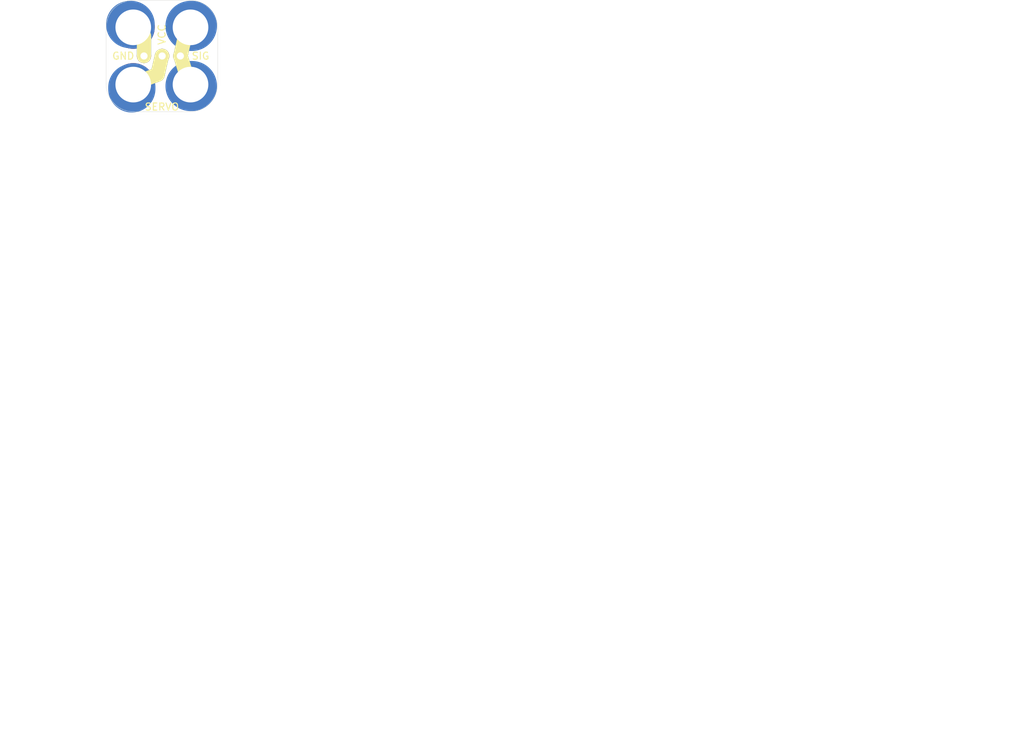
<source format=kicad_pcb>
(kicad_pcb (version 4) (host pcbnew 4.0.5-e0-6337~49~ubuntu16.04.1)

  (general
    (links 4)
    (no_connects 4)
    (area 4.1402 22.241079 146.984959 124.5362)
    (thickness 1.6)
    (drawings 1)
    (tracks 0)
    (zones 0)
    (modules 1)
    (nets 4)
  )

  (page USLetter)
  (title_block
    (title "2x2 Servo Header Module")
    (date "18 Jan 2017")
    (rev v1.1)
    (company "All rights reserved.")
    (comment 1 help@browndoggadgets.com)
    (comment 2 http://browndoggadgets.com/)
    (comment 3 "Brown Dog Gadgets")
  )

  (layers
    (0 F.Cu signal)
    (31 B.Cu signal)
    (34 B.Paste user)
    (35 F.Paste user)
    (36 B.SilkS user)
    (37 F.SilkS user)
    (38 B.Mask user)
    (39 F.Mask user)
    (40 Dwgs.User user)
    (44 Edge.Cuts user)
    (46 B.CrtYd user)
    (47 F.CrtYd user)
    (48 B.Fab user)
    (49 F.Fab user)
  )

  (setup
    (last_trace_width 0.254)
    (user_trace_width 0.1524)
    (user_trace_width 0.254)
    (user_trace_width 0.3302)
    (user_trace_width 0.508)
    (user_trace_width 0.762)
    (user_trace_width 1.27)
    (trace_clearance 0.254)
    (zone_clearance 0.508)
    (zone_45_only no)
    (trace_min 0.1524)
    (segment_width 0.1524)
    (edge_width 0.1524)
    (via_size 0.6858)
    (via_drill 0.3302)
    (via_min_size 0.6858)
    (via_min_drill 0.3302)
    (user_via 0.6858 0.3302)
    (user_via 0.762 0.4064)
    (user_via 0.8636 0.508)
    (uvia_size 0.6858)
    (uvia_drill 0.3302)
    (uvias_allowed no)
    (uvia_min_size 0)
    (uvia_min_drill 0)
    (pcb_text_width 0.1524)
    (pcb_text_size 1.016 1.016)
    (mod_edge_width 0.1524)
    (mod_text_size 1.016 1.016)
    (mod_text_width 0.1524)
    (pad_size 6 6)
    (pad_drill 4.98)
    (pad_to_mask_clearance 0.0762)
    (solder_mask_min_width 0.1016)
    (pad_to_paste_clearance -0.0762)
    (aux_axis_origin 0 0)
    (visible_elements FFFEDF7D)
    (pcbplotparams
      (layerselection 0x310fc_80000001)
      (usegerberextensions true)
      (excludeedgelayer true)
      (linewidth 0.100000)
      (plotframeref false)
      (viasonmask false)
      (mode 1)
      (useauxorigin false)
      (hpglpennumber 1)
      (hpglpenspeed 20)
      (hpglpendiameter 15)
      (hpglpenoverlay 2)
      (psnegative false)
      (psa4output false)
      (plotreference true)
      (plotvalue true)
      (plotinvisibletext false)
      (padsonsilk false)
      (subtractmaskfromsilk false)
      (outputformat 1)
      (mirror false)
      (drillshape 0)
      (scaleselection 1)
      (outputdirectory gerbers))
  )

  (net 0 "")
  (net 1 VCC)
  (net 2 GND)
  (net 3 /SIG)

  (net_class Default "This is the default net class."
    (clearance 0.254)
    (trace_width 0.254)
    (via_dia 0.6858)
    (via_drill 0.3302)
    (uvia_dia 0.6858)
    (uvia_drill 0.3302)
    (add_net /SIG)
    (add_net GND)
    (add_net VCC)
  )

  (module Crazy_Circuits:SERVO-2x2 (layer F.Cu) (tedit 592A1339) (tstamp 5880A329)
    (at 22.7594 34.3154)
    (descr "LED combined 2.5mm/5mm pitch round vertical")
    (tags "LED combined round vertical")
    (path /588073C1)
    (fp_text reference J1 (at 4 3) (layer F.SilkS) hide
      (effects (font (size 0.8 0.8) (thickness 0.15)))
    )
    (fp_text value Servo_Breakout (at 4.27 -1.52 180) (layer F.Fab) hide
      (effects (font (size 1 1) (thickness 0.15)))
    )
    (fp_text user %R (at 4 -4) (layer F.Fab)
      (effects (font (size 1 1) (thickness 0.15)))
    )
    (fp_text user SERVO (at 4.0005 3.1115) (layer F.SilkS)
      (effects (font (size 1 1) (thickness 0.15)))
    )
    (fp_line (start 0.2 -2.6) (end 0.2 -5.4) (layer F.Fab) (width 0.1))
    (fp_line (start 8 -2.6) (end 0.2 -2.6) (layer F.Fab) (width 0.1))
    (fp_line (start 8 -2.8) (end 8 -2.6) (layer F.Fab) (width 0.1))
    (fp_line (start 8 -5.4) (end 8 -2.8) (layer F.Fab) (width 0.1))
    (fp_line (start 0.2 -5.4) (end 8 -5.4) (layer F.Fab) (width 0.1))
    (fp_line (start 8 -8.2) (end 8.2 -8.2) (layer B.Cu) (width 7))
    (fp_text user VCC (at 4.0005 -7 90) (layer F.SilkS)
      (effects (font (size 1 1) (thickness 0.15)))
    )
    (fp_text user GND (at -1.4 -4 180) (layer F.SilkS)
      (effects (font (size 1 1) (thickness 0.15)))
    )
    (fp_text user SIG (at 9.4 -4 180) (layer F.SilkS)
      (effects (font (size 1 1) (thickness 0.15)))
    )
    (fp_text user %R (at 4 -4.05) (layer F.Fab)
      (effects (font (size 1 1) (thickness 0.15)))
    )
    (fp_line (start 1.5 -4.2) (end 1.5 -6.8) (layer F.SilkS) (width 2))
    (fp_line (start 7.9 -11.8) (end 0.1 -11.8) (layer Edge.Cuts) (width 0.04064))
    (fp_line (start 7.9 3.8) (end 0.1 3.8) (layer Edge.Cuts) (width 0.04064))
    (fp_line (start 11.8 -0.1) (end 11.8 -7.9) (layer Edge.Cuts) (width 0.04064))
    (fp_line (start -3.8 -0.1) (end -3.8 -7.9) (layer Edge.Cuts) (width 0.04064))
    (fp_arc (start 7.9 -7.9) (end 7.9 -11.8) (angle 90) (layer Edge.Cuts) (width 0.04064))
    (fp_arc (start 7.9 -0.1) (end 11.8 -0.1) (angle 90) (layer Edge.Cuts) (width 0.04064))
    (fp_arc (start 0.1 -0.1) (end 0.1 3.8) (angle 90) (layer Edge.Cuts) (width 0.04064))
    (fp_arc (start 0.1 -7.9) (end -3.8 -7.9) (angle 90) (layer Edge.Cuts) (width 0.04064))
    (fp_line (start 7.9 -11.8) (end 0.1 -11.8) (layer F.Fab) (width 0.04064))
    (fp_line (start 7.9 3.8) (end 0.1 3.8) (layer F.Fab) (width 0.04064))
    (fp_line (start 11.8 -0.1) (end 11.8 -7.9) (layer F.Fab) (width 0.04064))
    (fp_line (start -3.8 -0.1) (end -3.8 -7.9) (layer F.Fab) (width 0.04064))
    (fp_arc (start 7.9 -7.9) (end 7.9 -11.8) (angle 90) (layer F.Fab) (width 0.04064))
    (fp_arc (start 7.9 -0.1) (end 11.8 -0.1) (angle 90) (layer F.Fab) (width 0.04064))
    (fp_arc (start 0.1 -0.1) (end 0.1 3.8) (angle 90) (layer F.Fab) (width 0.04064))
    (fp_arc (start 0.1 -7.9) (end -3.8 -7.9) (angle 90) (layer F.Fab) (width 0.04064))
    (fp_line (start 3.4 -1.4) (end 4 -4) (layer F.SilkS) (width 2))
    (fp_line (start 3.4 -1.4) (end -0.4 0) (layer F.SilkS) (width 2))
    (fp_line (start 6.6 -4) (end 7.2 -6.6) (layer F.SilkS) (width 2))
    (fp_line (start 7.6 -0.8) (end 6.6 -4) (layer B.Cu) (width 2))
    (fp_line (start 1.5 -4.2) (end 1.5 -6.8) (layer B.Cu) (width 2))
    (fp_line (start 3.4 -1.4) (end 4 -4) (layer B.Cu) (width 2))
    (fp_line (start 3.4 -1.4) (end -0.4 0) (layer B.Cu) (width 2))
    (fp_line (start 6.6 -4) (end 7.2 -6.6) (layer B.Cu) (width 2))
    (fp_line (start 7.6 -0.8) (end 6.6 -4) (layer F.SilkS) (width 2))
    (fp_line (start 8 -8.2) (end 8.2 -8.2) (layer B.Mask) (width 7))
    (fp_line (start 8 0.2) (end 8.2 0.2) (layer B.Cu) (width 7))
    (fp_line (start 8 0.2) (end 8.2 0.2) (layer B.Mask) (width 7))
    (fp_line (start -0.2 0.6) (end -0.2 0.4) (layer B.Cu) (width 6.6))
    (fp_line (start -0.2 0.6) (end -0.2 0.4) (layer B.Mask) (width 6.6))
    (fp_line (start -0.3 -8.4) (end -0.5 -8.4) (layer B.Cu) (width 6.6))
    (fp_line (start -0.3 -8.4) (end -0.5 -8.4) (layer B.Mask) (width 6.6))
    (fp_line (start 1.5 -4.2) (end 1.5 -6.8) (layer B.Mask) (width 2))
    (fp_line (start 3.4 -1.4) (end 4 -4) (layer B.Mask) (width 2))
    (fp_line (start 3.4 -1.4) (end -0.4 0) (layer B.Mask) (width 2))
    (fp_line (start 7.6 -0.8) (end 6.6 -4) (layer B.Mask) (width 2))
    (fp_line (start 6.6 -4) (end 7.2 -6.6) (layer B.Mask) (width 2))
    (pad VCC thru_hole circle (at 4.04 -4) (size 2 2) (drill 1.00076) (layers *.Cu F.SilkS B.Mask)
      (net 1 VCC))
    (pad VCC thru_hole circle (at 0 0) (size 6 6) (drill 4.98) (layers *.Cu *.Mask)
      (net 1 VCC))
    (pad GND thru_hole circle (at 0 -8) (size 6 6) (drill 4.98) (layers *.Cu *.Mask)
      (net 2 GND))
    (pad SIG thru_hole circle (at 8 -8) (size 6 6) (drill 4.98) (layers *.Cu *.Mask)
      (net 3 /SIG))
    (pad SIG thru_hole circle (at 8 0) (size 6 6) (drill 4.98) (layers *.Cu *.Mask)
      (net 3 /SIG))
    (pad GND thru_hole circle (at 1.5 -4) (size 2 2) (drill 1.00076) (layers *.Cu F.SilkS B.Mask)
      (net 2 GND))
    (pad SIG thru_hole circle (at 6.58 -4) (size 2 2) (drill 1.00076) (layers *.Cu F.SilkS B.Mask)
      (net 3 /SIG))
  )

  (gr_text "FABRICATION NOTES\n\n1. THIS IS A 2 LAYER BOARD. \n2. EXTERNAL LAYERS SHALL HAVE 1 OZ COPPER.\n3. MATERIAL: FR4 AND 0.062 INCH +/- 10% THICK.\n4. BOARDS SHALL BE ROHS COMPLIANT. \n5. MANUFACTURE IN ACCORDANCE WITH IPC-6012 CLASS 2\n6. MASK: BOTH SIDES OF THE BOARD SHALL HAVE \n   SOLDER MASK (BLACK) OVER BARE COPPER. \n7. SILK: BOTH SIDES OF THE BOARD SHALL HAVE WHITE SILK. \n   DO NOT PLACE SILK OVER BARE COPPER.\n8. FINISH: ENIG.\n9. MINIMUM TRACE WIDTH - 0.006 INCH.\n   MINIMUM SPACE - 0.006 INCH.\n   MINIMUM HOLE DIA - 0.013 INCH. \n10. MAX HOLE PLACEMENT TOLERANCE OF +/- 0.003 INCH.\n11. MAX HOLE DIAMETER TOLERANCE OF +/- 0.003 INCH AFTER PLATING." (at 4.1402 89.8652) (layer Dwgs.User)
    (effects (font (size 2.54 2.54) (thickness 0.254)) (justify left))
  )

)

</source>
